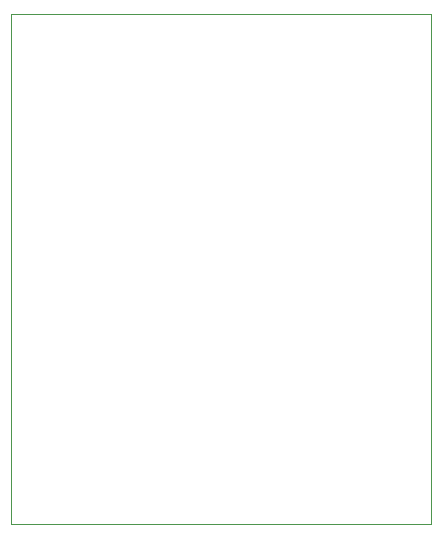
<source format=gbr>
%TF.GenerationSoftware,KiCad,Pcbnew,(6.0.10)*%
%TF.CreationDate,2023-02-17T12:11:47-08:00*%
%TF.ProjectId,lab4p1,6c616234-7031-42e6-9b69-6361645f7063,rev?*%
%TF.SameCoordinates,Original*%
%TF.FileFunction,Profile,NP*%
%FSLAX46Y46*%
G04 Gerber Fmt 4.6, Leading zero omitted, Abs format (unit mm)*
G04 Created by KiCad (PCBNEW (6.0.10)) date 2023-02-17 12:11:47*
%MOMM*%
%LPD*%
G01*
G04 APERTURE LIST*
%TA.AperFunction,Profile*%
%ADD10C,0.100000*%
%TD*%
G04 APERTURE END LIST*
D10*
X104140000Y-45720000D02*
X139700000Y-45720000D01*
X139700000Y-45720000D02*
X139700000Y-88900000D01*
X139700000Y-88900000D02*
X104140000Y-88900000D01*
X104140000Y-88900000D02*
X104140000Y-45720000D01*
M02*

</source>
